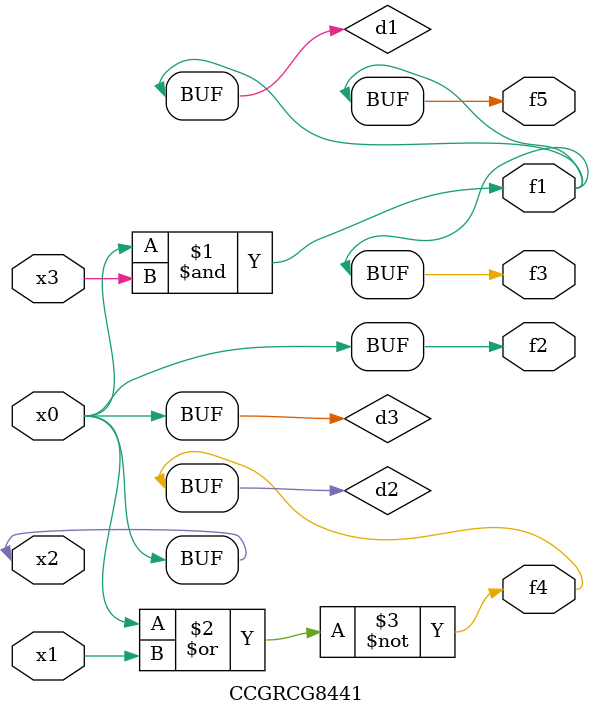
<source format=v>
module CCGRCG8441(
	input x0, x1, x2, x3,
	output f1, f2, f3, f4, f5
);

	wire d1, d2, d3;

	and (d1, x2, x3);
	nor (d2, x0, x1);
	buf (d3, x0, x2);
	assign f1 = d1;
	assign f2 = d3;
	assign f3 = d1;
	assign f4 = d2;
	assign f5 = d1;
endmodule

</source>
